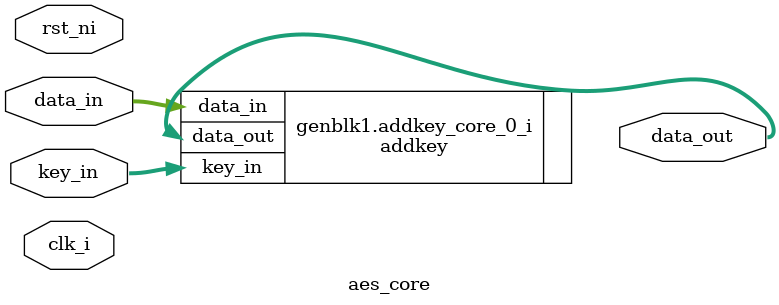
<source format=sv>
module aes_core #(
    parameter CORENUM = 0
) (
    input logic clk_i,
    input logic rst_ni,
    input logic [127:0] data_in,
    input logic [127:0] key_in,
    output logic [127:0] data_out
);


    logic [127:0] subbytes_out;
    logic [127:0] shiftrows_out;
    logic [31:0] mixcolumns_out [0:3];
    logic [127:0] addkey_out;

    generate
        if (CORENUM == 0) begin
            addkey addkey_core_0_i(
                .data_in(data_in),
                .key_in(key_in),
                .data_out(data_out)
            );
        end else if (CORENUM == 9) begin
            subbyte subbyte_core_9_i(
                .data_in(data_in),
                .data_out(subbytes_out)
            );
            shiftrow shiftrow_core_9_i (
                .data_in(subbytes_out),
                .data_out(shiftrows_out)
            );
            assign data_out = shiftrows_out ^ key_in;
        end else begin
            subbyte subbyte_core_i(
                .data_in(data_in),
                .data_out(subbytes_out)
            );
            shiftrow shiftrow_core_i (
                .data_in(subbytes_out),
                .data_out(shiftrows_out)
            );
            for (genvar i = 0; i < 4; i=i+1) begin : gen_mixcolumns
                mixcolumns mixcolumn_core_i(
                    .data_in(shiftrows_out[i*32 +: 32]),
                    .data_out(mixcolumns_out[i])
                );
            end : gen_mixcolumns
            addkey addkey_core_i(
                .data_in({mixcolumns_out[3], mixcolumns_out[2], mixcolumns_out[1], mixcolumns_out[0]}),
                .key_in(key_in),
                .data_out(data_out)
            );
        end     
    endgenerate
endmodule
</source>
